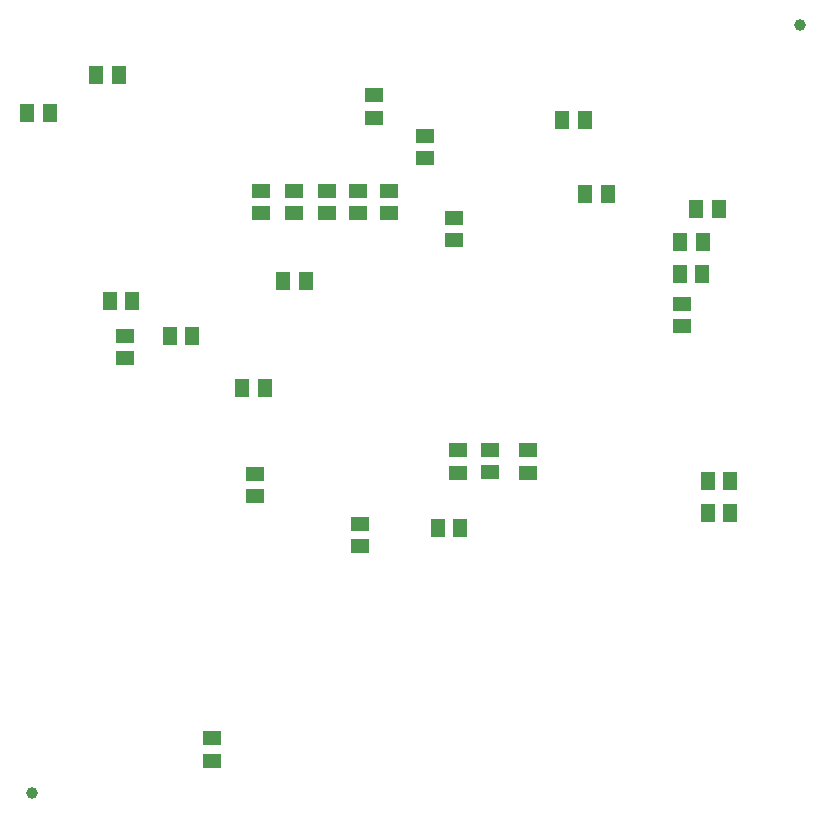
<source format=gtp>
G04*
G04 #@! TF.GenerationSoftware,Altium Limited,Altium Designer,19.1.6 (110)*
G04*
G04 Layer_Color=8421504*
%FSLAX25Y25*%
%MOIN*%
G70*
G01*
G75*
%ADD13R,0.05118X0.05906*%
%ADD14R,0.05906X0.05118*%
%ADD15C,0.03937*%
D13*
X240551Y206299D02*
D03*
X233071D02*
D03*
X237008Y104921D02*
D03*
X244488D02*
D03*
X40650Y251083D02*
D03*
X33169D02*
D03*
X244488Y115551D02*
D03*
X237008D02*
D03*
X235209Y195468D02*
D03*
X227728D02*
D03*
X235138Y184843D02*
D03*
X227658D02*
D03*
X57528Y164068D02*
D03*
X65009D02*
D03*
X10138Y238287D02*
D03*
X17618D02*
D03*
X37598Y175689D02*
D03*
X45079D02*
D03*
X89272Y146555D02*
D03*
X81791D02*
D03*
X154429Y100098D02*
D03*
X146949D02*
D03*
X195909Y235869D02*
D03*
X188428D02*
D03*
X95428Y182369D02*
D03*
X102909D02*
D03*
X203609Y211418D02*
D03*
X196128D02*
D03*
D14*
X164469Y126009D02*
D03*
Y118528D02*
D03*
X176870Y125984D02*
D03*
Y118504D02*
D03*
X42717Y164075D02*
D03*
Y156595D02*
D03*
X85969Y110628D02*
D03*
Y118109D02*
D03*
X228248Y167323D02*
D03*
Y174803D02*
D03*
X152461Y203346D02*
D03*
Y195866D02*
D03*
X121161Y101476D02*
D03*
Y93996D02*
D03*
X99068Y212508D02*
D03*
Y205028D02*
D03*
X87968Y212508D02*
D03*
Y205028D02*
D03*
X130668Y212508D02*
D03*
Y205028D02*
D03*
X120268Y212508D02*
D03*
Y205028D02*
D03*
X109869Y212508D02*
D03*
Y205028D02*
D03*
X125568Y244209D02*
D03*
Y236728D02*
D03*
X142569Y230809D02*
D03*
Y223328D02*
D03*
X71768Y22428D02*
D03*
Y29909D02*
D03*
X153543Y125984D02*
D03*
Y118504D02*
D03*
D15*
X267717Y267717D02*
D03*
X11811Y11811D02*
D03*
M02*

</source>
